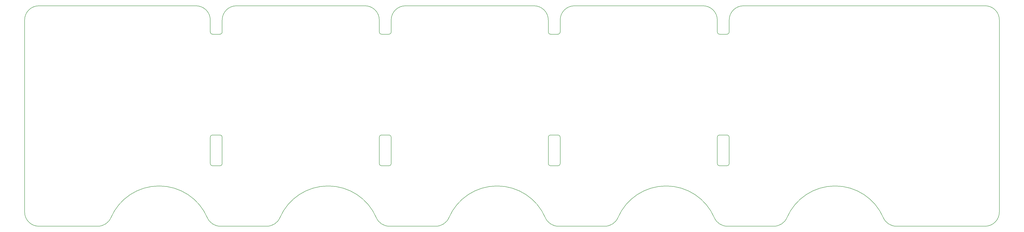
<source format=gbr>
%TF.GenerationSoftware,KiCad,Pcbnew,9.0.2*%
%TF.CreationDate,2025-07-03T01:09:01+02:00*%
%TF.ProjectId,Satisfactron_2025,53617469-7366-4616-9374-726f6e5f3230,rev?*%
%TF.SameCoordinates,Original*%
%TF.FileFunction,Profile,NP*%
%FSLAX46Y46*%
G04 Gerber Fmt 4.6, Leading zero omitted, Abs format (unit mm)*
G04 Created by KiCad (PCBNEW 9.0.2) date 2025-07-03 01:09:01*
%MOMM*%
%LPD*%
G01*
G04 APERTURE LIST*
%TA.AperFunction,Profile*%
%ADD10C,0.200000*%
%TD*%
G04 APERTURE END LIST*
D10*
X205010500Y99485786D02*
X208010500Y99485786D01*
X279010500Y112485786D02*
X276010500Y112485786D01*
X233279323Y77628643D02*
G75*
G02*
X273741701Y77628643I20231189J-8642856D01*
G01*
X304279323Y77628643D02*
G75*
G02*
X298774661Y73985785I-5517623J2357157D01*
G01*
X137259300Y73985786D02*
G75*
G02*
X131741695Y77628640I0J6000014D01*
G01*
X208010500Y112485786D02*
G75*
G02*
X209010486Y111485786I0J-999986D01*
G01*
X215010500Y166985786D02*
X269010500Y166985786D01*
X280010512Y155985800D02*
X280010512Y160985800D01*
X162279323Y77628643D02*
G75*
G02*
X202741701Y77628643I20231189J-8642856D01*
G01*
X393499998Y79985021D02*
G75*
G02*
X387500000Y73985802I-5999998J779D01*
G01*
X209010512Y155985800D02*
G75*
G02*
X208010500Y154985788I-1000012J0D01*
G01*
X66259300Y73985786D02*
X85774661Y73985786D01*
X280010512Y100485800D02*
G75*
G02*
X279010500Y99485788I-1000012J0D01*
G01*
X280010512Y160985800D02*
G75*
G02*
X286010500Y166985788I5999988J0D01*
G01*
X133010512Y111485800D02*
G75*
G02*
X134010500Y112485788I999988J0D01*
G01*
X134010500Y154985786D02*
G75*
G02*
X133010510Y155978872I0J1000014D01*
G01*
X-9989470Y73985786D02*
G75*
G02*
X-15989489Y79968480I0J6000044D01*
G01*
X138010512Y160985800D02*
G75*
G02*
X144010500Y166985788I5999988J0D01*
G01*
X138010512Y100485800D02*
X138010512Y111485788D01*
X209010512Y100485800D02*
G75*
G02*
X208010500Y99485788I-1000012J0D01*
G01*
X138010512Y100485800D02*
G75*
G02*
X137010500Y99485788I-1000012J0D01*
G01*
X276010500Y154985786D02*
X279010500Y154985786D01*
X279259300Y73985786D02*
X298774661Y73985786D01*
X127010500Y166985786D02*
G75*
G02*
X133010486Y160985787I0J-5999986D01*
G01*
X269010500Y166985786D02*
G75*
G02*
X275010486Y160985786I0J-5999986D01*
G01*
X286010500Y166985788D02*
X286010500Y167000000D01*
X205010500Y154985786D02*
X208010500Y154985786D01*
X137259300Y73985786D02*
X156774661Y73985786D01*
X144010500Y166985786D02*
X198010500Y166985786D01*
X20279323Y77628643D02*
G75*
G02*
X60741701Y77628643I20231189J-8642856D01*
G01*
X91279323Y77628643D02*
G75*
G02*
X131741701Y77628643I20231189J-8642856D01*
G01*
X73010500Y166985786D02*
X127010500Y166985786D01*
X-9989500Y166985786D02*
X56010500Y166985786D01*
X209010512Y100485800D02*
X209010512Y111485786D01*
X20279323Y77628643D02*
G75*
G02*
X14774661Y73985785I-5517623J2357157D01*
G01*
X198010500Y166985786D02*
G75*
G02*
X204010486Y160985786I0J-5999986D01*
G01*
X133010512Y160985787D02*
X133010512Y155978872D01*
X387510500Y166999999D02*
G75*
G02*
X393510499Y160999221I0J-5999999D01*
G01*
X66010500Y112485786D02*
G75*
G02*
X67010486Y111485788I0J-999986D01*
G01*
X67010512Y100485800D02*
G75*
G02*
X66010500Y99485788I-1000012J0D01*
G01*
X280010512Y155985800D02*
G75*
G02*
X279010500Y154985788I-1000012J0D01*
G01*
X280010512Y100485800D02*
X280010512Y111485786D01*
X162279323Y77628643D02*
G75*
G02*
X156774661Y73985785I-5517623J2357157D01*
G01*
X275010512Y111485800D02*
G75*
G02*
X276010500Y112485788I999988J0D01*
G01*
X209010512Y160985800D02*
G75*
G02*
X215010500Y166985788I5999988J0D01*
G01*
X208259300Y73985786D02*
G75*
G02*
X202741695Y77628640I0J6000014D01*
G01*
X275010512Y111485800D02*
X275010512Y100478729D01*
X304279323Y77628643D02*
G75*
G02*
X344741701Y77628643I20231189J-8642856D01*
G01*
X276010500Y154985786D02*
G75*
G02*
X275010510Y155978872I0J1000014D01*
G01*
X-9989470Y73985786D02*
X14774661Y73985786D01*
X-15989488Y160985800D02*
G75*
G02*
X-9989500Y166985788I5999988J0D01*
G01*
X138010512Y155985800D02*
X138010512Y160985800D01*
X134010500Y154985786D02*
X137010500Y154985786D01*
X208010500Y112485786D02*
X205010500Y112485786D01*
X233279323Y77628643D02*
G75*
G02*
X227774661Y73985785I-5517623J2357157D01*
G01*
X63010500Y154985786D02*
X66010500Y154985786D01*
X208259300Y73985786D02*
X227774661Y73985786D01*
X204010512Y111485800D02*
X204010512Y100478729D01*
X279259300Y73985786D02*
G75*
G02*
X273741695Y77628640I0J6000014D01*
G01*
X-15989488Y160985800D02*
X-15989488Y79968480D01*
X286010500Y167000000D02*
X387510500Y166999999D01*
X279010500Y112485786D02*
G75*
G02*
X280010486Y111485786I0J-999986D01*
G01*
X67010512Y155985800D02*
X67010512Y160985800D01*
X67010512Y160985800D02*
G75*
G02*
X73010500Y166985788I5999988J0D01*
G01*
X63010500Y154985786D02*
G75*
G02*
X62010510Y155978872I0J1000014D01*
G01*
X62010512Y160985787D02*
X62010512Y155978872D01*
X276010500Y99485786D02*
X279010500Y99485786D01*
X276010500Y99485786D02*
G75*
G02*
X275010511Y100478729I0J1000014D01*
G01*
X204010512Y160985786D02*
X204010512Y155978872D01*
X62010512Y111485800D02*
X62010512Y100478729D01*
X133010512Y111485800D02*
X133010512Y100478872D01*
X67010512Y155985800D02*
G75*
G02*
X66010500Y154985788I-1000012J0D01*
G01*
X350259300Y73985786D02*
X387500000Y73985802D01*
X67010512Y100485800D02*
X67010512Y111485788D01*
X56010500Y166985786D02*
G75*
G02*
X62010486Y160985787I0J-5999986D01*
G01*
X62010512Y111485800D02*
G75*
G02*
X63010500Y112485788I999988J0D01*
G01*
X63010500Y99485786D02*
G75*
G02*
X62010511Y100478729I0J1000014D01*
G01*
X205010500Y99485786D02*
G75*
G02*
X204010511Y100478729I0J1000014D01*
G01*
X275010512Y160985786D02*
X275010512Y155978872D01*
X137010500Y112485786D02*
X134010500Y112485786D01*
X63010500Y99485786D02*
X66010500Y99485786D01*
X393510512Y160999221D02*
X393499998Y79985021D01*
X66259300Y73985786D02*
G75*
G02*
X60741695Y77628640I0J6000014D01*
G01*
X134010500Y99485786D02*
X137010500Y99485786D01*
X209010512Y155985800D02*
X209010512Y160985800D01*
X134010500Y99485786D02*
G75*
G02*
X133010510Y100478872I0J1000014D01*
G01*
X350259300Y73985786D02*
G75*
G02*
X344741695Y77628640I0J6000014D01*
G01*
X137010500Y112485786D02*
G75*
G02*
X138010486Y111485788I0J-999986D01*
G01*
X138010512Y155985800D02*
G75*
G02*
X137010500Y154985788I-1000012J0D01*
G01*
X204010512Y111485800D02*
G75*
G02*
X205010500Y112485788I999988J0D01*
G01*
X205010500Y154985786D02*
G75*
G02*
X204010510Y155978872I0J1000014D01*
G01*
X66010500Y112485786D02*
X63010500Y112485786D01*
X91279323Y77628643D02*
G75*
G02*
X85774661Y73985785I-5517623J2357157D01*
G01*
M02*

</source>
